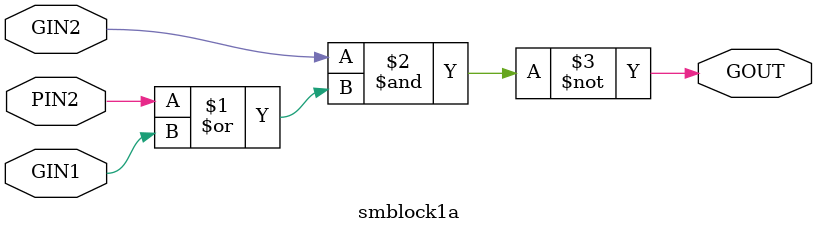
<source format=v>
module smblock1a ( PIN2, GIN1, GIN2, GOUT );
   input  PIN2;
   input  GIN1;
   input  GIN2;
   output GOUT;
   assign GOUT =  ~ (GIN2 & (PIN2 | GIN1));
endmodule
</source>
